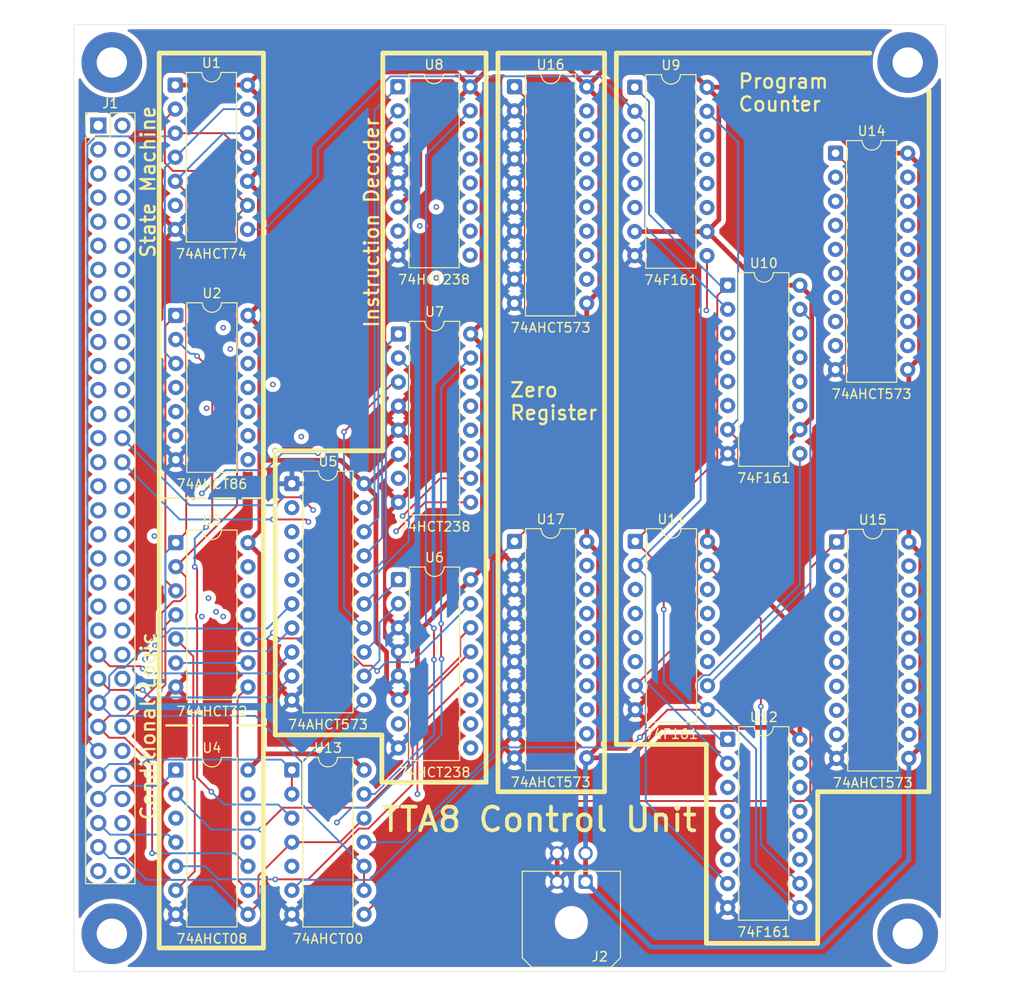
<source format=kicad_pcb>
(kicad_pcb (version 20241229) (generator "pcbnew") (generator_version "9.0")
  (title_block (title "TTA8 Control Unit") (date "2025-03-04") (rev "0"))
  (layers (0 "F.Cu" signal) (4 "In1.Cu" signal) (6 "In2.Cu" signal) (2 "B.Cu" signal) (13 "F.Paste" user) (15 "B.Paste" user) (5 "F.SilkS" user "F.Silkscreen") (7 "B.SilkS" user "B.Silkscreen") (1 "F.Mask" user) (3 "B.Mask" user) (25 "Edge.Cuts" user))
  (net 0 "")
  (net 1 "LDI")
  (net 2 "EXC")
  (net 3 "A13")
  (net 4 "SRC5")
  (net 5 "D6")
  (net 6 "A14")
  (net 7 "D1")
  (net 8 "T9")
  (net 9 "T8")
  (net 10 "DST6")
  (net 11 "A15")
  (net 12 "src0")
  (net 13 "T0")
  (net 14 "A4")
  (net 15 "DST1")
  (net 16 "A0")
  (net 17 "T15")
  (net 18 "T14")
  (net 19 "T7")
  (net 20 "A6")
  (net 21 "T1")
  (net 22 "DST2")
  (net 23 "D7")
  (net 24 "T13")
  (net 25 "A3")
  (net 26 "ZERO")
  (net 27 "D2")
  (net 28 "A7")
  (net 29 "MVI")
  (net 30 "{slash}R")
  (net 31 "A9")
  (net 32 "DST4")
  (net 33 "T6")
  (net 34 "SRC1")
  (net 35 "A12")
  (net 36 "SRC3")
  (net 37 "D4")
  (net 38 "T4")
  (net 39 "DST3")
  (net 40 "A1")
  (net 41 "A2")
  (net 42 "T5")
  (net 43 "SRC2")
  (net 44 "T2")
  (net 45 "A8")
  (net 46 "dst0")
  (net 47 "A10")
  (net 48 "D5")
  (net 49 "SRC7")
  (net 50 "D3")
  (net 51 "D0")
  (net 52 "A5")
  (net 53 "CLK")
  (net 54 "MOV")
  (net 55 "SRC6")
  (net 56 "DST7")
  (net 57 "CARRY")
  (net 58 "A11")
  (net 59 "DST5")
  (net 60 "T3")
  (net 61 "T12")
  (net 62 "T11")
  (net 63 "T10")
  (net 64 "SRC4")
  (net 65 "GND")
  (net 66 "+5V")
  (net 68 "pcc")
  (net 69 "Net-(U1A-~{S})")
  (net 74 "Net-(U2-Pad1)")
  (net 80 "R")
  (net 81 "Net-(U3-Pad6)")
  (net 83 "Net-(U3-Pad4)")
  (net 85 "mv")
  (net 87 "Net-(U3-Pad5)")
  (net 88 "Net-(U3-Pad8)")
  (net 89 "mvz")
  (net 90 "mvc")
  (net 94 "Net-(U5-Q5)")
  (net 95 "Net-(U5-Q3)")
  (net 96 "Net-(U5-Q0)")
  (net 97 "Net-(U5-Q1)")
  (net 98 "Net-(U5-Q7)")
  (net 99 "Net-(U5-Q4)")
  (net 100 "Net-(U5-Q2)")
  (net 101 "Net-(U5-Q6)")
  (net 106 "a2")
  (net 107 "a3")
  (net 108 "Net-(U10-CEP)")
  (net 109 "a0")
  (net 110 "a1")
  (net 111 "Net-(U10-~{PE})")
  (net 112 "a7")
  (net 113 "a5")
  (net 114 "Net-(U10-TC)")
  (net 115 "a6")
  (net 116 "a4")
  (net 117 "a10")
  (net 118 "a11")
  (net 119 "a9")
  (net 120 "a8")
  (net 121 "Net-(U11-TC)")
  (net 122 "a13")
  (net 123 "a14")
  (net 124 "a12")
  (net 125 "a15")
  (net 127 "Net-(U14-OE)")
  (net 128 "Net-(U16-OE)")
  (footprint "Package_DIP:DIP-16_W7.62mm" (layer "F.Cu") (at 89.25 105.6)
    (property "Reference" "U6")
    (property "Value" "74HCT238")
  )
  (footprint "Package_DIP:DIP-16_W7.62mm" (layer "F.Cu") (at 124 122.46)
    (property "Reference" "U12")
    (property "Value" "74F161")
  )
  (footprint "Package_DIP:DIP-16_W7.62mm" (layer "F.Cu") (at 114.25 101.56)
    (property "Reference" "U11")
    (property "Value" "74F161")
  )
  (footprint "MountingHole:MountingHole_3.2mm_M3_Pad" (layer "F.Cu") (at 59 143)
    (property "Reference" "H3" (hide yes))
    (property "Value" "MountingHole_Pad" (hide yes))
  )
  (footprint "MountingHole:MountingHole_3.2mm_M3_Pad" (layer "F.Cu") (at 143 51)
    (property "Reference" "H2" (hide yes))
    (property "Value" "MountingHole_Pad" (hide yes))
  )
  (footprint "Package_DIP:DIP-20_W7.62mm" (layer "F.Cu") (at 135.38 60.57)
    (property "Reference" "U14")
    (property "Value" "74AHCT573")
  )
  (footprint "Connector_PinHeader_2.54mm:PinHeader_2x32_P2.54mm_Vertical" (layer "F.Cu") (at 57.57 57.645)
    (property "Reference" "J1")
    (property "Value" "Conn_02x32_Counter_Clockwise")
  )
  (footprint "Package_DIP:DIP-20_W7.62mm" (layer "F.Cu") (at 78 95.47)
    (property "Reference" "U5")
    (property "Value" "74AHCT573")
  )
  (footprint "MountingHole:MountingHole_3.2mm_M3_Pad" (layer "F.Cu") (at 59 51)
    (property "Reference" "H1" (hide yes))
    (property "Value" "MountingHole_Pad" (hide yes))
  )
  (footprint "Package_DIP:DIP-14_W7.62mm" (layer "F.Cu") (at 65.75 125.71)
    (property "Reference" "U4")
    (property "Value" "74AHCT08")
  )
  (footprint "Package_DIP:DIP-14_W7.62mm" (layer "F.Cu") (at 65.695 53.38)
    (property "Reference" "U1")
    (property "Value" "74AHCT74")
  )
  (footprint "Package_DIP:DIP-16_W7.62mm" (layer "F.Cu") (at 89.195 53.56)
    (property "Reference" "U8")
    (property "Value" "74HCT238")
  )
  (footprint "Package_DIP:DIP-16_W7.62mm" (layer "F.Cu") (at 114.195 53.61)
    (property "Reference" "U9")
    (property "Value" "74F161")
  )
  (footprint "Package_DIP:DIP-14_W7.62mm" (layer "F.Cu") (at 65.75 101.7)
    (property "Reference" "U3")
    (property "Value" "74AHCT32")
  )
  (footprint "Package_DIP:DIP-16_W7.62mm" (layer "F.Cu") (at 89.25 79.66)
    (property "Reference" "U7")
    (property "Value" "74HCT238")
  )
  (footprint "Connector_Molex:Molex_Micro-Fit_3.0_43045-0400_2x02_P3.00mm_Horizontal" (layer "F.Cu") (at 109 137.5 180)
    (property "Reference" "J2")
    (property "Value" "Conn_02x02_Odd_Even")
  )
  (footprint "MountingHole:MountingHole_3.2mm_M3_Pad" (layer "F.Cu") (at 143 143)
    (property "Reference" "H4" (hide yes))
    (property "Value" "MountingHole_Pad" (hide yes))
  )
  (footprint "Package_DIP:DIP-16_W7.62mm" (layer "F.Cu") (at 124 74.52)
    (property "Reference" "U10")
    (property "Value" "74F161")
  )
  (footprint "Package_DIP:DIP-20_W7.62mm" (layer "F.Cu") (at 101.5 53.56)
    (property "Reference" "U16")
    (property "Value" "74AHCT573")
  )
  (footprint "Package_DIP:DIP-14_W7.62mm" (layer "F.Cu") (at 65.75 77.7)
    (property "Reference" "U2")
    (property "Value" "74AHCT86")
  )
  (footprint "Package_DIP:DIP-20_W7.62mm" (layer "F.Cu") (at 135.5 101.62)
    (property "Reference" "U15")
    (property "Value" "74AHCT573")
  )
  (footprint "Package_DIP:DIP-14_W7.62mm" (layer "F.Cu") (at 78 125.71)
    (property "Reference" "U13")
    (property "Value" "74AHCT00")
  )
  (footprint "Package_DIP:DIP-20_W7.62mm" (layer "F.Cu") (at 101.5 101.56)
    (property "Reference" "U17")
    (property "Value" "74AHCT573")
  )
  (gr_line (start 121.75 123) (end 121.75 144) (stroke (width 0.5)) (layer "F.SilkS"))
  (gr_line (start 87.6 50) (end 98.5 50) (stroke (width 0.5)) (layer "F.SilkS"))
  (gr_line (start 111 128) (end 111 50) (stroke (width 0.5)) (layer "F.SilkS"))
  (gr_line (start 75 121) (end 64 121) (stroke (width 0.25) (type dash)) (layer "F.SilkS"))
  (gr_line (start 112.25 50) (end 112.25 123) (stroke (width 0.5)) (layer "F.SilkS"))
  (gr_line (start 75 97) (end 64 97) (stroke (width 0.2) (type dash)) (layer "F.SilkS"))
  (gr_line (start 98.5 127) (end 87.5 127) (stroke (width 0.5)) (layer "F.SilkS"))
  (gr_line (start 112.25 123) (end 121.75 123) (stroke (width 0.5)) (layer "F.SilkS"))
  (gr_line (start 76.25 122) (end 76.25 92) (stroke (width 0.5)) (layer "F.SilkS"))
  (gr_line (start 99.75 50) (end 99.75 128) (stroke (width 0.5)) (layer "F.SilkS"))
  (gr_line (start 145.25 128) (end 145.25 54) (stroke (width 0.5)) (layer "F.SilkS"))
  (gr_line (start 75 50) (end 64 50) (stroke (width 0.5)) (layer "F.SilkS"))
  (gr_line (start 75 144.5) (end 75 50) (stroke (width 0.5)) (layer "F.SilkS"))
  (gr_line (start 87.5 122) (end 76.25 122) (stroke (width 0.5)) (layer "F.SilkS"))
  (gr_line (start 139 50) (end 112.25 50) (stroke (width 0.5)) (layer "F.SilkS"))
  (gr_line (start 121.75 144) (end 133.5 144) (stroke (width 0.5)) (layer "F.SilkS"))
  (gr_line (start 133.5 144) (end 133.5 128) (stroke (width 0.5)) (layer "F.SilkS"))
  (gr_line (start 99.75 128) (end 111 128) (stroke (width 0.5)) (layer "F.SilkS"))
  (gr_line (start 76.25 92) (end 87.6 92) (stroke (width 0.5)) (layer "F.SilkS"))
  (gr_line (start 133.5 128) (end 145.25 128) (stroke (width 0.5)) (layer "F.SilkS"))
  (gr_line (start 87.6 92) (end 87.6 50) (stroke (width 0.5)) (layer "F.SilkS"))
  (gr_line (start 87.5 127) (end 87.5 122) (stroke (width 0.5)) (layer "F.SilkS"))
  (gr_line (start 64 144.5) (end 75 144.5) (stroke (width 0.5)) (layer "F.SilkS"))
  (gr_line (start 111 50) (end 99.75 50) (stroke (width 0.5)) (layer "F.SilkS"))
  (gr_line (start 64 50) (end 64 144.5) (stroke (width 0.5)) (layer "F.SilkS"))
  (gr_line (start 98.5 50) (end 98.5 127) (stroke (width 0.5)) (layer "F.SilkS"))
  (gr_rect (start 55 47) (end 147 147) (stroke (width 0.05)) (fill no) (layer "Edge.Cuts"))
  (gr_text "TTA8 Control Unit" (at 104.1 132.4 0) (layer "F.SilkS") (effects (font (size 2.5 2.5) (thickness 0.4)) (justify bottom)))
  (gr_text "Zero \nRegister" (at 100.9 84.7 0) (layer "F.SilkS") (effects (font (size 1.5 1.5) (thickness 0.25)) (justify left top)))
  (gr_text "State Machine" (at 63.7 63.6 90) (layer "F.SilkS") (effects (font (size 1.5 1.5) (thickness 0.25)) (justify bottom)))
  (gr_text "Instruction Decoder" (at 87.3 67.9 90) (layer "F.SilkS") (effects (font (size 1.5 1.5) (thickness 0.25)) (justify bottom)))
  (gr_text "Conditional Logic" (at 63.7 121.1 90) (layer "F.SilkS") (effects (font (size 1.5 1.5) (thickness 0.25)) (justify bottom)))
  (gr_text "Program \nCounter" (at 125 52.1 0) (layer "F.SilkS") (effects (font (size 1.5 1.5) (thickness 0.25)) (justify left top)))
  (segment (start 85.62 138.41) (end 85.62 135.87) (width 0.2) (layer "F.Cu") (net 1))
  (segment (start 65.695 63.54) (end 66.851 64.696) (width 0.2) (layer "F.Cu") (net 1))
  (segment (start 66.851 64.696) (end 66.851 100.599) (width 0.2) (layer "F.Cu") (net 1))
  (segment (start 66.851 100.599) (end 65.75 101.7) (width 0.2) (layer "F.Cu") (net 1))
  (segment (start 73.315 58.46) (end 70.775 58.46) (width 0.2) (layer "B.Cu") (net 1))
  (segment (start 74.17016 119.994) (end 58.959 119.994) (width 0.2) (layer "B.Cu") (net 1))
  (segment (start 79.101 124.92484) (end 74.17016 119.994) (width 0.2) (layer "B.Cu") (net 1))
  (segment (start 65.75 101.7) (end 64.649 102.801) (width 0.2) (layer "B.Cu") (net 1))
  (segment (start 60.34876 114.914) (end 59.586 114.914) (width 0.2) (layer "B.Cu") (net 1))
  (segment (start 85.62 135.87) (end 79.101 129.351) (width 0.2) (layer "B.Cu") (net 1))
  (segment (start 79.101 129.351) (end 79.101 125.5) (width 0.2) (layer "B.Cu") (net 1))
  (segment (start 64.649 102.801) (end 64.649 110.61376) (width 0.2) (layer "B.Cu") (net 1))
  (segment (start 79.101 124.849) (end 79.101 125.5) (width 0.2) (layer "B.Cu") (net 1))
  (segment (start 58.721 115.779) (end 58.721 117.454) (width 0.2) (layer "B.Cu") (net 1))
  (segment (start 70.775 58.46) (end 65.695 63.54) (width 0.2) (layer "B.Cu") (net 1))
  (segment (start 79.101 125.5) (end 79.101 124.92484) (width 0.2) (layer "B.Cu") (net 1))
  (segment (start 58.959 119.994) (end 57.57 118.605) (width 0.2) (layer "B.Cu") (net 1))
  (segment (start 58.721 117.454) (end 57.57 118.605) (width 0.2) (layer "B.Cu") (net 1))
  (segment (start 64.649 110.61376) (end 60.34876 114.914) (width 0.2) (layer "B.Cu") (net 1))
  (segment (start 85.62 118.33) (end 79.101 124.849) (width 0.2) (layer "B.Cu") (net 1))
  (segment (start 59.586 114.914) (end 58.721 115.779) (width 0.2) (layer "B.Cu") (net 1))
  (segment (start 66.851 105.341) (end 65.75 104.24) (width 0.2) (layer "F.Cu") (net 2))
  (segment (start 66.20605 107.881) (end 66.851 107.23605) (width 0.2) (layer "F.Cu") (net 2))
  (segment (start 65.75 104.24) (end 72.214 97.776) (width 0.2) (layer "F.Cu") (net 2))
  (segment (start 64.248 116.25) (end 64.248 109.133) (width 0.2) (layer "F.Cu") (net 2))
  (segment (start 72.214 97.776) (end 72.214 67.181) (width 0.2) (layer "F.Cu") (net 2))
  (segment (start 64.248 109.133) (end 65.5 107.881) (width 0.2) (layer "F.Cu") (net 2))
  (segment (start 64.594 57.021) (end 65.695 55.92) (width 0.2) (layer "F.Cu") (net 2))
  (segment (start 58.721 122.296) (end 57.57 121.145) (width 0.2) (layer "F.Cu") (net 2))
  (segment (start 60.34876 122.296) (end 58.721 122.296) (width 0.2) (layer "F.Cu") (net 2))
  (segment (start 73.315 66.08) (end 69.674 62.439) (width 0.2) (layer "F.Cu") (net 2))
  (segment (start 69.674 62.439) (end 65.439 62.439) (width 0.2) (layer "F.Cu") (net 2))
  (segment (start 60.504 119.994) (end 64.248 116.25) (width 0.2) (layer "F.Cu") (net 2))
  (segment (start 64.594 61.594) (end 64.594 57.021) (width 0.2) (layer "F.Cu") (net 2))
  (segment (start 58.721 119.994) (end 60.504 119.994) (width 0.2) (layer "F.Cu") (net 2))
  (segment (start 65.5 107.881) (end 66.20605 107.881) (width 0.2) (layer "F.Cu") (net 2))
  (segment (start 66.851 107.23605) (end 66.851 105.341) (width 0.2) (layer "F.Cu") (net 2))
  (segment (start 63.25 125.19724) (end 60.34876 122.296) (width 0.2) (layer "F.Cu") (net 2))
  (segment (start 57.57 121.145) (end 58.721 119.994) (width 0.2) (layer "F.Cu") (net 2))
  (segment (start 72.214 67.181) (end 73.315 66.08) (width 0.2) (layer "F.Cu") (net 2))
  (segment (start 65.439 62.439) (end 64.594 61.594) (width 0.2) (layer "F.Cu") (net 2))
  (segment (start 63.25 134.5) (end 63.25 125.19724) (width 0.2) (layer "F.Cu") (net 2))
  (via (at 63.25 134.5) (size 0.6) (drill 0.3) (layers "F.Cu" "B.Cu") (net 2))
  (segment (start 72 134.5) (end 63.25 134.5) (width 0.2) (layer "B.Cu") (net 2))
  (segment (start 73.37 135.87) (end 72 134.5) (width 0.2) (layer "B.Cu") (net 2))
  (via (at 91.5 68.25) (size 0.6) (drill 0.3) (layers "F.Cu" "B.Cu") (net 4))
  (segment (start 62.25 115) (end 62 114.75) (width 0.2) (layer "F.Cu") (net 5))
  (segment (start 62 114.75) (end 58.795 114.75) (width 0.2) (layer "F.Cu") (net 5))
  (segment (start 58.795 114.75) (end 57.57 113.525) (width 0.2) (layer "F.Cu") (net 5))
  (via (at 62.25 115) (size 0.6) (drill 0.3) (layers "F.Cu" "B.Cu") (net 5))
  (segment (start 62.751 115.501) (end 62.25 115) (width 0.2) (layer "B.Cu") (net 5))
  (segment (start 75.749 115.501) (end 62.751 115.501) (width 0.2) (layer "B.Cu") (net 5))
  (segment (start 78 113.25) (end 75.749 115.501) (width 0.2) (layer "B.Cu") (net 5))
  (via (at 68.5 109.5) (size 0.6) (drill 0.3) (layers "F.Cu" "B.Cu") (net 7))
  (segment (start 79.5 99.25) (end 76 99.25) (width 0.2) (layer "F.Cu") (net 10))
  (segment (start 89 100.5) (end 92.06 97.44) (width 0.2) (layer "F.Cu") (net 10))
  (segment (start 79.75 99.5) (end 79.5 99.25) (width 0.2) (layer "F.Cu") (net 10))
  (segment (start 92.06 97.44) (end 96.87 97.44) (width 0.2) (layer "F.Cu") (net 10))
  (via (at 76 99.25) (size 0.6) (drill 0.3) (layers "F.Cu" "B.Cu") (net 10))
  (via (at 89 100.5) (size 0.6) (drill 0.3) (layers "F.Cu" "B.Cu") (net 10))
  (via (at 79.75 99.5) (size 0.6) (drill 0.3) (layers "F.Cu" "B.Cu") (net 10))
  (segment (start 76 99.25) (end 66.155 99.25) (width 0.2) (layer "B.Cu") (net 10))
  (segment (start 66.155 99.25) (end 60.11 93.205) (width 0.2) (layer "B.Cu") (net 10))
  (segment (start 93 110.75) (end 93 114.059) (width 0.2) (layer "F.Cu") (net 12))
  (via (at 93 110.75) (size 0.6) (drill 0.3) (layers "F.Cu" "B.Cu") (net 12))
  (via (at 93 114.059) (size 0.6) (drill 0.3) (layers "F.Cu" "B.Cu") (net 12))
  (segment (start 86.75137 128.25) (end 85.62 128.25) (width 0.2) (layer "B.Cu") (net 12))
  (segment (start 93 122.00137) (end 86.75137 128.25) (width 0.2) (layer "B.Cu") (net 12))
  (segment (start 92.15355 109.90355) (end 93 110.75) (width 0.2) (layer "B.Cu") (net 12))
  (segment (start 93 114.059) (end 93 122.00137) (width 0.2) (layer "B.Cu") (net 12))
  (segment (start 92.15355 60.76145) (end 92.15355 109.90355) (width 0.2) (layer "B.Cu") (net 12))
  (segment (start 96.815 56.1) (end 92.15355 60.76145) (width 0.2) (layer "B.Cu") (net 12))
  (via (at 70.75 79) (size 0.6) (drill 0.3) (layers "F.Cu" "B.Cu") (net 15))
  (via (at 71.5 81.25) (size 0.6) (drill 0.3) (layers "F.Cu" "B.Cu") (net 22))
  (segment (start 58.755 117.25) (end 57.57 116.065) (width 0.2) (layer "F.Cu") (net 23))
  (segment (start 62.25 117.25) (end 58.755 117.25) (width 0.2) (layer "F.Cu") (net 23))
  (via (at 62.25 117.25) (size 0.6) (drill 0.3) (layers "F.Cu" "B.Cu") (net 23))
  (segment (start 75.749 118.041) (end 63.041 118.041) (width 0.2) (layer "B.Cu") (net 23))
  (segment (start 78 115.79) (end 75.749 118.041) (width 0.2) (layer "B.Cu") (net 23))
  (segment (start 63.041 118.041) (end 62.25 117.25) (width 0.2) (layer "B.Cu") (net 23))
  (segment (start 65.75 133.33) (end 64.950001 132.530001) (width 0.2) (layer "B.Cu") (net 26))
  (segment (start 64.950001 132.530001) (end 58.795001 132.530001) (width 0.2) (layer "B.Cu") (net 26))
  (segment (start 58.795001 132.530001) (end 57.57 131.305) (width 0.2) (layer "B.Cu") (net 26))
  (via (at 70 109) (size 0.6) (drill 0.3) (layers "F.Cu" "B.Cu") (net 27))
  (segment (start 91.25 128.25) (end 91.25 121.38) (width 0.2) (layer "F.Cu") (net 29))
  (segment (start 91.25 121.38) (end 96.87 115.76) (width 0.2) (layer "F.Cu") (net 29))
  (via (at 91.25 128.25) (size 0.6) (drill 0.3) (layers "F.Cu" "B.Cu") (net 29))
  (segment (start 124 74.52) (end 122.899 75.621) (width 0.2) (layer "F.Cu") (net 30))
  (segment (start 122.899 75.621) (end 122.899 92.911) (width 0.2) (layer "F.Cu") (net 30))
  (segment (start 122.899 92.911) (end 114.25 101.56) (width 0.2) (layer "F.Cu") (net 30))
  (segment (start 117.25 108.75) (end 117.25 104.56) (width 0.2) (layer "F.Cu") (net 30))
  (segment (start 78 125.71) (end 78 128.25) (width 0.2) (layer "F.Cu") (net 30))
  (segment (start 117.25 104.56) (end 114.25 101.56) (width 0.2) (layer "F.Cu") (net 30))
  (via (at 117.25 108.75) (size 0.6) (drill 0.3) (layers "F.Cu" "B.Cu") (net 30))
  (segment (start 62.187 125.074) (end 58.721 125.074) (width 0.2) (layer "B.Cu") (net 30))
  (segment (start 62.652 124.609) (end 62.187 125.074) (width 0.2) (layer "B.Cu") (net 30))
  (segment (start 78 125.71) (end 76.899 124.609) (width 0.2) (layer "B.Cu") (net 30))
  (segment (start 58.721 125.074) (end 57.57 126.225) (width 0.2) (layer "B.Cu") (net 30))
  (segment (start 117.25 116.51) (end 117.25 108.75) (width 0.2) (layer "B.Cu") (net 30))
  (segment (start 115.697 55.112) (end 114.195 53.61) (width 0.2) (layer "B.Cu") (net 30))
  (segment (start 123.2 74.52) (end 115.697 67.017) (width 0.2) (layer "B.Cu") (net 30))
  (segment (start 76.899 124.609) (end 62.652 124.609) (width 0.2) (layer "B.Cu") (net 30))
  (segment (start 124 74.52) (end 123.2 74.52) (width 0.2) (layer "B.Cu") (net 30))
  (segment (start 115.697 67.017) (end 115.697 55.112) (width 0.2) (layer "B.Cu") (net 30))
  (segment (start 124 122.46) (end 123.2 122.46) (width 0.2) (layer "B.Cu") (net 30))
  (segment (start 123.2 122.46) (end 117.25 116.51) (width 0.2) (layer "B.Cu") (net 30))
  (via (at 79 90.5) (size 0.6) (drill 0.3) (layers "F.Cu" "B.Cu") (net 32))
  (via (at 69 87.5) (size 0.6) (drill 0.3) (layers "F.Cu" "B.Cu") (net 32))
  (via (at 76.25 92) (size 0.6) (drill 0.3) (layers "F.Cu" "B.Cu") (net 32))
  (via (at 63.555645 112.555645) (size 0.6) (drill 0.3) (layers "F.Cu" "B.Cu") (net 37))
  (segment (start 75.411 110.759) (end 65.29395 110.759) (width 0.2) (layer "B.Cu") (net 37))
  (segment (start 65.29395 110.759) (end 63.555645 112.497305) (width 0.2) (layer "B.Cu") (net 37))
  (segment (start 78 108.17) (end 75.411 110.759) (width 0.2) (layer "B.Cu") (net 37))
  (segment (start 63.555645 112.497305) (end 63.555645 112.555645) (width 0.2) (layer "B.Cu") (net 37))
  (via (at 76 85) (size 0.6) (drill 0.3) (layers "F.Cu" "B.Cu") (net 39))
  (segment (start 93.75 113.948722) (end 93.797538 113.99626) (width 0.2) (layer "F.Cu") (net 46))
  (segment (start 93.75 110.25) (end 93.75 113.948722) (width 0.2) (layer "F.Cu") (net 46))
  (via (at 93.797538 113.99626) (size 0.6) (drill 0.3) (layers "F.Cu" "B.Cu") (net 46))
  (via (at 93.75 110.25) (size 0.6) (drill 0.3) (layers "F.Cu" "B.Cu") (net 46))
  (via (at 82.75 131.25) (size 0.6) (drill 0.3) (layers "F.Cu" "B.Cu") (net 46))
  (segment (start 93.797538 121.967512) (end 86.07605 129.689) (width 0.2) (layer "B.Cu") (net 46))
  (segment (start 84.311 129.689) (end 82.75 131.25) (width 0.2) (layer "B.Cu") (net 46))
  (segment (start 93.75 85.32) (end 93.75 110.25) (width 0.2) (layer "B.Cu") (net 46))
  (segment (start 96.87 82.2) (end 93.75 85.32) (width 0.2) (layer "B.Cu") (net 46))
  (segment (start 86.07605 129.689) (end 84.311 129.689) (width 0.2) (layer "B.Cu") (net 46))
  (segment (start 93.797538 113.99626) (end 93.797538 121.967512) (width 0.2) (layer "B.Cu") (net 46))
  (via (at 62.5 114) (size 0.6) (drill 0.3) (layers "F.Cu" "B.Cu") (net 48))
  (segment (start 63.343355 113.156645) (end 62.5 114) (width 0.2) (layer "B.Cu") (net 48))
  (segment (start 78 110.71) (end 75.553355 113.156645) (width 0.2) (layer "B.Cu") (net 48))
  (segment (start 75.553355 113.156645) (end 63.343355 113.156645) (width 0.2) (layer "B.Cu") (net 48))
  (via (at 70.75 109.5) (size 0.6) (drill 0.3) (layers "F.Cu" "B.Cu") (net 50))
  (via (at 69.19721 107.55279) (size 0.6) (drill 0.3) (layers "F.Cu" "B.Cu") (net 51))
  (segment (start 65.695 58.46) (end 70.775 58.46) (width 0.2) (layer "F.Cu") (net 53))
  (segment (start 70.775 58.46) (end 73.315 61) (width 0.2) (layer "F.Cu") (net 53))
  (segment (start 56.419 122.534) (end 56.419 59.70824) (width 0.2) (layer "B.Cu") (net 53))
  (segment (start 56.419 59.70824) (end 57.33124 58.796) (width 0.2) (layer "B.Cu") (net 53))
  (segment (start 57.33124 58.796) (end 65.359 58.796) (width 0.2) (layer "B.Cu") (net 53))
  (segment (start 57.57 123.685) (end 56.419 122.534) (width 0.2) (layer "B.Cu") (net 53))
  (segment (start 65.359 58.796) (end 65.695 58.46) (width 0.2) (layer "B.Cu") (net 53))
  (segment (start 83.08 133.33) (end 85.62 130.79) (width 0.2) (layer "F.Cu") (net 54))
  (segment (start 74.471 139.849) (end 73.37 140.95) (width 0.2) (layer "F.Cu") (net 54))
  (segment (start 74.471 136.859) (end 74.471 139.849) (width 0.2) (layer "F.Cu") (net 54))
  (segment (start 78 133.33) (end 74.471 136.859) (width 0.2) (layer "F.Cu") (net 54))
  (segment (start 78 133.33) (end 83.08 133.33) (width 0.2) (layer "F.Cu") (net 54))
  (segment (start 73.37 140.95) (end 69.729 137.309) (width 0.2) (layer "B.Cu") (net 54))
  (segment (start 58.725 135) (end 57.57 133.845) (width 0.2) (layer "B.Cu") (net 54))
  (segment (start 62.66176 137.309) (end 60.35276 135) (width 0.2) (layer "B.Cu") (net 54))
  (segment (start 60.35276 135) (end 58.725 135) (width 0.2) (layer "B.Cu") (net 54))
  (segment (start 69.729 137.309) (end 62.66176 137.309) (width 0.2) (layer "B.Cu") (net 54))
  (via (at 93.25 73.75) (size 0.6) (drill 0.3) (layers "F.Cu" "B.Cu") (net 55))
  (via (at 68.5 96.5) (size 0.6) (drill 0.3) (layers "F.Cu" "B.Cu") (net 56))
  (via (at 80.75 92.25) (size 0.6) (drill 0.3) (layers "F.Cu" "B.Cu") (net 56))
  (via (at 63.5 101) (size 0.6) (drill 0.3) (layers "F.Cu" "B.Cu") (net 56))
  (segment (start 80.75 92.25) (end 77 92.25) (width 0.2) (layer "B.Cu") (net 56))
  (segment (start 70.959 94.041) (end 68.5 96.5) (width 0.2) (layer "B.Cu") (net 56))
  (segment (start 75.209 94.041) (end 70.959 94.041) (width 0.2) (layer "B.Cu") (net 56))
  (segment (start 77 92.25) (end 75.209 94.041) (width 0.2) (layer "B.Cu") (net 56))
  (segment (start 64.084 127.376) (end 58.959 127.376) (width 0.2) (layer "B.Cu") (net 57))
  (segment (start 58.959 127.376) (end 57.57 128.765) (width 0.2) (layer "B.Cu") (net 57))
  (segment (start 65.75 125.71) (end 64.084 127.376) (width 0.2) (layer "B.Cu") (net 57))
  (segment (start 78.909 96.909) (end 77.091 96.909) (width 0.2) (layer "F.Cu") (net 59))
  (segment (start 93.678599 94.9) (end 96.87 94.9) (width 0.2) (layer "F.Cu") (net 59))
  (segment (start 89.6893 98.8893) (end 93.678599 94.9) (width 0.2) (layer "F.Cu") (net 59))
  (segment (start 77.091 96.909) (end 76.25 97.75) (width 0.2) (layer "F.Cu") (net 59))
  (segment (start 80.25 98.25) (end 78.909 96.909) (width 0.2) (layer "F.Cu") (net 59))
  (via (at 89.6893 98.8893) (size 0.6) (drill 0.3) (layers "F.Cu" "B.Cu") (net 59))
  (via (at 80.25 98.25) (size 0.6) (drill 0.3) (layers "F.Cu" "B.Cu") (net 59))
  (via (at 76.25 97.75) (size 0.6) (drill 0.3) (layers "F.Cu" "B.Cu") (net 59))
  (segment (start 76.25 97.75) (end 67.195 97.75) (width 0.2) (layer "B.Cu") (net 59))
  (segment (start 67.195 97.75) (end 60.11 90.665) (width 0.2) (layer "B.Cu") (net 59))
  (via (at 93.25 66.25) (size 0.6) (drill 0.3) (layers "F.Cu" "B.Cu") (net 64))
  (segment (start 89.25 113.22) (end 89.25 115.76) (width 0.5) (layer "F.Cu") (net 65))
  (segment (start 106 134.5) (end 106 137.5) (width 0.5) (layer "F.Cu") (net 65))
  (segment (start 121.87 99.51) (end 121.87 101.56) (width 0.5) (layer "F.Cu") (net 66))
  (segment (start 73.315 63.54) (end 74.566 62.289) (width 0.5) (layer "F.Cu") (net 66))
  (segment (start 85.62 95.47) (end 86.14 95.47) (width 0.5) (layer "F.Cu") (net 66))
  (segment (start 73.37 77.7) (end 74.566 76.504) (width 0.5) (layer "F.Cu") (net 66))
  (segment (start 74.566 64.791) (end 73.315 63.54) (width 0.5) (layer "F.Cu") (net 66))
  (segment (start 98.875 51.5) (end 107.06 51.5) (width 0.5) (layer "F.Cu") (net 66))
  (segment (start 98.066 78.464) (end 96.87 79.66) (width 0.5) (layer "F.Cu") (net 66))
  (segment (start 96.815 53.56) (end 98.875 51.5) (width 0.5) (layer "F.Cu") (net 66))
  (segment (start 83.15 93) (end 75.121 93) (width 0.5) (layer "F.Cu") (net 66))
  (segment (start 73.37 125.71) (end 75.08 124) (width 0.5) (layer "F.Cu") (net 66))
  (segment (start 74.695 52) (end 95.255 52) (width 0.5) (layer "F.Cu") (net 66))
  (segment (start 86.871 96.721) (end 85.62 95.47) (width 0.5) (layer "F.Cu") (net 66))
  (segment (start 98.121 80.911) (end 98.121 104.349) (width 0.5) (layer "F.Cu") (net 66))
  (segment (start 96.815 53.56) (end 91.5 58.875) (width 0.5) (layer "F.Cu") (net 66))
  (segment (start 95.255 52) (end 96.815 53.56) (width 0.5) (layer "F.Cu") (net 66))
  (segment (start 86.14 95.47) (end 89.25 92.36) (width 0.5) (layer "F.Cu") (net 66))
  (segment (start 144.251 82.179) (end 143 83.43) (width 0.5) (layer "F.Cu") (net 66))
  (segment (start 110.5 54.94) (end 110.5 75.04) (width 0.5) (layer "F.Cu") (net 66))
  (segment (start 131.62 122.46) (end 130.369 121.209) (width 0.5) (layer "F.Cu") (net 66))
  (segment (start 73.37 101.7) (end 74.621 102.951) (width 0.5) (layer "F.Cu") (net 66))
  (segment (start 132.871 75.771) (end 132.871 88.509) (width 0.5) (layer "F.Cu") (net 66))
  (segment (start 87.999 113.249) (end 86.871 112.121) (width 0.5) (layer "F.Cu") (net 66))
  (segment (start 131.62 89.76) (end 121.87 99.51) (width 0.5) (layer "F.Cu") (net 66))
  (segment (start 107.06 51.5) (end 109.12 53.56) (width 0.5) (layer "F.Cu") (net 66))
  (segment (start 98.066 54.811) (end 98.066 78.464) (width 0.5) (layer "F.Cu") (net 66))
  (segment (start 110.371 123.169) (end 109.12 124.42) (width 0.5) (layer "F.Cu") (net 66))
  (segment (start 109 134.5) (end 109 137.5) (width 0.5) (layer "F.Cu") (net 66))
  (segment (start 123.066 67.599) (end 121.815 68.85) (width 0.5) (layer "F.Cu") (net 66))
  (segment (start 127.52 74.52) (end 131.62 74.52) (width 0.5) (layer "F.Cu") (net 66))
  (segment (start 137.57 60.57) (end 143 60.57) (width 0.5) (layer "F.Cu") (net 66))
  (segment (start 121.815 68.85) (end 121.85 68.85) (width 0.5) (layer "F.Cu") (net 66))
  (segment (start 144.371 102.871) (end 144.371 123.229) (width 0.5) (layer "F.Cu") (net 66))
  (segment (start 130.369 121.209) (end 116.854075 121.209) (width 0.5) (layer "F.Cu") (net 66))
  (segment (start 132.871 88.509) (end 131.62 89.76) (width 0.5) (layer "F.Cu") (net 66))
  (segment (start 91.5 58.875) (end 91.5 63.955) (width 0.5) (layer "F.Cu") (net 66))
  (segment (start 109.12 53.56) (end 110.5 54.94) (width 0.5) (layer "F.Cu") (net 66))
  (segment (start 120.205 52) (end 121.815 53.61) (width 0.5) (layer "F.Cu") (net 66))
  (segment (start 91.5 63.955) (end 89.195 66.26) (width 0.5) (layer "F.Cu") (net 66))
  (segment (start 144.371 123.229) (end 143.12 124.48) (width 0.5) (layer "F.Cu") (net 66))
  (segment (start 91.25 111.22) (end 91.25 116.3) (width 0.5) (layer "F.Cu") (net 66))
  (segment (start 109.12 53.56) (end 110.68 52) (width 0.5) (layer "F.Cu") (net 66))
  (segment (start 130.61 53.61) (end 137.57 60.57) (width 0.5) (layer "F.Cu") (net 66))
  (segment (start 74.621 78.951) (end 73.37 77.7) (width 0.5) (layer "F.Cu") (net 66))
  (segment (start 74.621 100.449) (end 74.621 93.5) (width 0.5) (layer "F.Cu") (net 66))
  (segment (start 98.121 104.349) (end 96.87 105.6) (width 0.5) (layer "F.Cu") (net 66))
  (segment (start 91.25 116.3) (end 89.25 118.3) (width 0.5) (layer "F.Cu") (net 66))
  (segment (start 109.12 76.42) (end 109.12 101.56) (width 0.5) (layer "F.Cu") (net 66))
  (segment (start 109.12 101.56) (end 110.371 102.811) (width 0.5) (layer "F.Cu") (net 66))
  (segment (start 144.251 61.821) (end 144.251 82.179) (width 0.5) (layer "F.Cu") (net 66))
  (segment (start 74.621 102.951) (end 74.621 124.459) (width 0.5) (layer "F.Cu") (net 66))
  (segment (start 89.25 118.3) (end 87.999 117.049) (width 0.5) (layer "F.Cu") (net 66))
  (segment (start 143 60.57) (end 144.251 61.821) (width 0.5) (layer "F.Cu") (net 66))
  (segment (start 96.87 79.66) (end 98.121 80.911) (width 0.5) (layer "F.Cu") (net 66))
  (segment (start 110.5 75.04) (end 109.12 76.42) (width 0.5) (layer "F.Cu") (net 66))
  (segment (start 85.62 95.47) (end 83.15 93) (width 0.5) (layer "F.Cu") (net 66))
  (segment (start 143.12 84.12) (end 143.12 101.62) (width 0.5) (layer "F.Cu") (net 66))
  (segment (start 73.37 101.7) (end 74.621 100.449) (width 0.5) (layer "F.Cu") (net 66))
  (segment (start 74.566 76.504) (end 74.566 64.791) (width 0.5) (layer "F.Cu") (net 66))
  (segment (start 86.871 112.121) (end 86.871 96.721) (width 0.5) (layer "F.Cu") (net 66))
  (segment (start 110.68 52) (end 120.205 52) (width 0.5) (layer "F.Cu") (net 66))
  (segment (start 110.371 102.811) (end 110.371 123.169) (width 0.5) (layer "F.Cu") (net 66))
  (segment (start 131.62 74.52) (end 132.871 75.771) (width 0.5) (layer "F.Cu") (net 66))
  (segment (start 121.815 68.85) (end 114.195 68.85) (width 0.5) (layer "F.Cu") (net 66))
  (segment (start 121.815 53.61) (end 123.066 54.861) (width 0.5) (layer "F.Cu") (net 66))
  (segment (start 121.85 68.85) (end 127.52 74.52) (width 0.5) (layer "F.Cu") (net 66))
  (segment (start 123.066 54.861) (end 123.066 67.599) (width 0.5) (layer "F.Cu") (net 66))
  (segment (start 121.815 53.61) (end 130.61 53.61) (width 0.5) (layer "F.Cu") (net 66))
  (segment (start 143 84) (end 143.12 84.12) (width 0.5) (layer "F.Cu") (net 66))
  (segment (start 74.566 62.289) (end 74.566 54.631) (width 0.5) (layer "F.Cu") (net 66))
  (segment (start 75.08 124) (end 83.91 124) (width 0.5) (layer "F.Cu") (net 66))
  (segment (start 113.643075 124.42) (end 109.12 124.42) (width 0.5) (layer "F.Cu") (net 66))
  (segment (start 65.695 53.38) (end 73.315 53.38) (width 0.5) (layer "F.Cu") (net 66))
  (segment (start 74.621 124.459) (end 73.37 125.71) (width 0.5) (layer "F.Cu") (net 66))
  (segment (start 96.87 105.6) (end 91.25 111.22) (width 0.5) (layer "F.Cu") (net 66))
  (segment (start 75.121 93) (end 74.621 93.5) (width 0.5) (layer "F.Cu") (net 66))
  (segment (start 96.815 53.56) (end 98.066 54.811) (width 0.5) (layer "F.Cu") (net 66))
  (segment (start 143.12 101.62) (end 144.371 102.871) (width 0.5) (layer "F.Cu") (net 66))
  (segment (start 74.621 93.5) (end 74.621 78.951) (width 0.5) (layer "F.Cu") (net 66))
  (segment (start 143 83.43) (end 143 84) (width 0.5) (layer "F.Cu") (net 66))
  (segment (start 116.854075 121.209) (end 113.643075 124.42) (width 0.5) (layer "F.Cu") (net 66))
  (segment (start 83.91 124) (end 85.62 125.71) (width 0.5) (layer "F.Cu") (net 66))
  (segment (start 121.87 101.56) (end 131.62 111.31) (width 0.5) (layer "F.Cu") (net 66))
  (segment (start 87.999 117.049) (end 87.999 113.249) (width 0.5) (layer "F.Cu") (net 66))
  (segment (start 131.62 111.31) (end 131.62 122.46) (width 0.5) (layer "F.Cu") (net 66))
  (segment (start 73.315 53.38) (end 74.695 52) (width 0.5) (layer "F.Cu") (net 66))
  (segment (start 74.566 54.631) (end 73.315 53.38) (width 0.5) (layer "F.Cu") (net 66))
  (segment (start 115.9 144.4) (end 133.9 144.4) (width 0.5) (layer "B.Cu") (net 66))
  (segment (start 109 137.5) (end 115.9 144.4) (width 0.5) (layer "B.Cu") (net 66))
  (segment (start 143.12 135.18) (end 143.12 124.48) (width 0.5) (layer "B.Cu") (net 66))
  (segment (start 109 134.5) (end 109 124.54) (width 0.5) (layer "B.Cu") (net 66))
  (segment (start 133.9 144.4) (end 143.12 135.18) (width 0.5) (layer "B.Cu") (net 66))
  (segment (start 109 124.54) (end 109.12 124.42) (width 0.5) (layer "B.Cu") (net 66))
  (segment (start 120.47 73.53) (end 124 77.06) (width 0.2) (layer "B.Cu") (net 68))
  (segment (start 114.195 56.15) (end 110.504 52.459) (width 0.2) (layer "B.Cu") (net 68))
  (segment (start 115.351 105.201) (end 114.25 104.1) (width 0.2) (layer "B.Cu") (net 68))
  (segment (start 114.25 104.1) (end 121.149 97.201) (width 0.2) (layer "B.Cu") (net 68))
  (segment (start 124 125) (end 115.351 116.351) (width 0.2) (layer "B.Cu") (net 68))
  (segment (start 110.504 52.459) (end 88.40984 52.459) (width 0.2) (layer "B.Cu") (net 68))
  (segment (start 75.13 68.62) (end 73.315 68.62) (width 0.2) (layer "B.Cu") (net 68))
  (segment (start 115.296 57.251) (end 115.296 68.356) (width 0.2) (layer "B.Cu") (net 68))
  (segment (start 114.195 56.15) (end 115.296 57.251) (width 0.2) (layer "B.Cu") (net 68))
  (segment (start 121.149 74.209) (end 120.47 73.53) (width 0.2) (layer "B.Cu") (net 68))
  (segment (start 115.351 116.351) (end 115.351 105.201) (width 0.2) (layer "B.Cu") (net 68))
  (segment (start 115.296 68.356) (end 120.47 73.53) (width 0.2) (layer "B.Cu") (net 68))
  (segment (start 80.75 63) (end 75.13 68.62) (width 0.2) (layer "B.Cu") (net 68))
  (segment (start 88.40984 52.459) (end 80.75 60.11884) (width 0.2) (layer "B.Cu") (net 68))
  (segment (start 121.149 97.201) (end 121.149 74.209) (width 0.2) (layer "B.Cu") (net 68))
  (segment (start 80.75 60.11884) (end 80.75 63) (width 0.2) (layer "B.Cu") (net 68))
  (segment (start 65.75 82.78) (end 64.594 81.624) (width 0.2) (layer "B.Cu") (net 69))
  (segment (start 64.594 62.101) (end 65.695 61) (width 0.2) (layer "B.Cu") (net 69))
  (segment (start 64.594 81.624) (end 64.594 62.101) (width 0.2) (layer "B.Cu") (net 69))
  (segment (start 73.315 55.92) (end 70.775 55.92) (width 0.2) (layer "B.Cu") (net 69))
  (segment (start 70.775 55.92) (end 65.695 61) (width 0.2) (layer "B.Cu") (net 69))
  (segment (start 64.649 78.801) (end 65.75 77.7) (width 0.2) (layer "F.Cu") (net 74))
  (segment (start 64.649 105.679) (end 64.649 78.801) (width 0.2) (layer "F.Cu") (net 74))
  (segment (start 65.75 106.78) (end 64.649 105.679) (width 0.2) (layer "F.Cu") (net 74))
  (segment (start 68 109.150057) (end 68 104.5) (width 0.2) (layer "F.Cu") (net 80))
  (segment (start 67.899 109.251057) (end 68 109.150057) (width 0.2) (layer "F.Cu") (net 80))
  (segment (start 67.899 109.748943) (end 67.899 109.251057) (width 0.2) (layer "F.Cu") (net 80))
  (segment (start 69.5 128) (end 68 126.5) (width 0.2) (layer "F.Cu") (net 80))
  (segment (start 69.601 99.399) (end 69.601 83.601) (width 0.2) (layer "F.Cu") (net 80))
  (segment (start 68.950735 100.049265) (end 69.601 99.399) (width 0.2) (layer "F.Cu") (net 80))
  (segment (start 69.601 83.601) (end 68 82) (width 0.2) (layer "F.Cu") (net 80))
  (segment (start 68 109.849943) (end 67.899 109.748943) (width 0.2) (layer "F.Cu") (net 80))
  (segment (start 68 104.5) (end 67.75 104.25) (width 0.2) (layer "F.Cu") (net 80))
  (segment (start 68 126.5) (end 68 109.849943) (width 0.2) (layer "F.Cu") (net 80))
  (via (at 68 82) (size 0.6) (drill 0.3) (layers "F.Cu" "B.Cu") (net 80))
  (via (at 68.950735 100.049265) (size 0.6) (drill 0.3) (layers "F.Cu" "B.Cu") (net 80))
  (via (at 67.75 104.25) (size 0.6) (drill 0.3) (layers "F.Cu" "B.Cu") (net 80))
  (via (at 69.5 128) (size 0.6) (drill 0.3) (layers "F.Cu" "B.Cu") (net 80))
  (segment (start 67.75 104.25) (end 67.75 101.25) (width 0.2) (layer "B.Cu") (net 80))
  (segment (start 67.75 101.25) (end 68.950735 100.049265) (width 0.2) (layer "B.Cu") (net 80))
  (segment (start 70.851 129.351) (end 69.5 128) (width 0.2) (layer "B.Cu") (net 80))
  (segment (start 67.26 81.75) (end 65.75 80.24) (width 0.2) (layer "B.Cu") (net 80))
  (segment (start 78 130.79) (end 76.561 129.351) (width 0.2) (layer "B.Cu") (net 80))
  (segment (start 67.75 81.75) (end 67.26 81.75) (width 0.2) (layer "B.Cu") (net 80))
  (segment (start 68 82) (end 67.75 81.75) (width 0.2) (layer "B.Cu") (net 80))
  (segment (start 76.561 129.351) (end 70.851 129.351) (width 0.2) (layer "B.Cu") (net 80))
  (segment (start 65.75 114.4) (end 73.37 114.4) (width 0.2) (layer "B.Cu") (net 81))
  (segment (start 64.649 110.421) (end 65.75 109.32) (width 0.2) (layer "F.Cu") (net 83))
  (segment (start 64.649 116.69753) (end 64.649 110.421) (width 0.2) (layer "F.Cu") (net 83))
  (segment (start 64.048265 117.298265) (end 64.649 116.69753) (width 0.2) (layer "F.Cu") (net 83))
  (via (at 64.048265 117.298265) (size 0.6) (drill 0.3) (layers "F.Cu" "B.Cu") (net 83))
  (segment (start 86.434265 114.689) (end 87.004265 115.259) (width 0.2) (layer "F.Cu") (net 85))
  (segment (start 76.6 111.811) (end 82.62395 111.811) (width 0.2) (layer "F.Cu") (net 85))
  (segment (start 82.62395 111.811) (end 85.50195 114.689) (width 0.2) (layer "F.Cu") (net 85))
  (segment (start 85.50195 114.689) (end 86.434265 114.689) (width 0.2) (layer "F.Cu") (net 85))
  (segment (start 76 111.211) (end 76.6 111.811) (width 0.2) (layer "F.Cu") (net 85))
  (via (at 87.004265 115.259) (size 0.6) (drill 0.3) (layers "F.Cu" "B.Cu") (net 85))
  (via (at 76 111.211) (size 0.6) (drill 0.3) (layers "F.Cu" "B.Cu") (net 85))
  (segment (start 90.689 114.321) (end 96.87 108.14) (width 0.2) (layer "B.Cu") (net 85))
  (segment (start 75.351 111.86) (end 76 111.211) (width 0.2) (layer "B.Cu") (net 85))
  (segment (start 87.942265 114.321) (end 90.689 114.321) (width 0.2) (layer "B.Cu") (net 85))
  (segment (start 73.37 111.86) (end 75.351 111.86) (width 0.2) (layer "B.Cu") (net 85))
  (segment (start 87.004265 115.259) (end 87.942265 114.321) (width 0.2) (layer "B.Cu") (net 85))
  (segment (start 67.599 126.6661) (end 67.75 126.8171) (width 0.2) (layer "F.Cu") (net 87))
  (segment (start 67.599 126.3339) (end 67.599 126.4681) (width 0.2) (layer "F.Cu") (net 87))
  (segment (start 67.75 136.41) (end 65.75 138.41) (width 0.2) (layer "F.Cu") (net 87))
  (segment (start 65.75 111.86) (end 67.599 113.709) (width 0.2) (layer "F.Cu") (net 87))
  (segment (start 67.75 126.8171) (end 67.75 136.41) (width 0.2) (layer "F.Cu") (net 87))
  (segment (start 67.599 126.4681) (end 67.599 126.6661) (width 0.2) (layer "F.Cu") (net 87))
  (segment (start 67.599 113.709) (end 67.599 126.3339) (width 0.2) (layer "F.Cu") (net 87))
  (segment (start 73.37 116.94) (end 72.269 118.041) (width 0.2) (layer "F.Cu") (net 88))
  (segment (start 72.269 118.041) (end 72.269 137.309) (width 0.2) (layer "F.Cu") (net 88))
  (segment (start 72.269 137.309) (end 73.37 138.41) (width 0.2) (layer "F.Cu") (net 88))
  (segment (start 86.07605 131.891) (end 85.0861 131.891) (width 0.2) (layer "F.Cu") (net 89))
  (segment (start 90.752 127.21505) (end 86.07605 131.891) (width 0.2) (layer "F.Cu") (net 89))
  (segment (start 90.752 119.338) (end 90.752 127.21505) (width 0.2) (layer "F.Cu") (net 89))
  (segment (start 85.0861 131.891) (end 79.7271 137.25) (width 0.2) (layer "F.Cu") (net 89))
  (segment (start 79.7271 137.25) (end 76.25 137.25) (width 0.2) (layer "F.Cu") (net 89))
  (segment (start 96.87 113.22) (end 90.752 119.338) (width 0.2) (layer "F.Cu") (net 89))
  (via (at 76.25 137.25) (size 0.6) (drill 0.3) (layers "F.Cu" "B.Cu") (net 89))
  (segment (start 70.2371 137.25) (end 68.8571 135.87) (width 0.2) (layer "B.Cu") (net 89))
  (segment (start 76.25 137.25) (end 70.2371 137.25) (width 0.2) (layer "B.Cu") (net 89))
  (segment (start 68.8571 135.87) (end 65.75 135.87) (width 0.2) (layer "B.Cu") (net 89))
  (segment (start 95.769 111.781) (end 95.769 113.7539) (width 0.2) (layer "F.Cu") (net 90))
  (segment (start 96.87 110.68) (end 95.769 111.781) (width 0.2) (layer "F.Cu") (net 90))
  (segment (start 77.061 129.689) (end 74.75 132) (width 0.2) (layer "F.Cu") (net 90))
  (segment (start 90.351 119.1719) (end 90.351 125.149) (width 0.2) (layer "F.Cu") (net 90))
  (segment (start 95.769 113.7539) (end 90.351 119.1719) (width 0.2) (layer "F.Cu") (net 90))
  (segment (start 90.351 125.149) (end 85.811 129.689) (width 0.2) (layer "F.Cu") (net 90))
  (segment (start 85.811 129.689) (end 77.061 129.689) (width 0.2) (layer "F.Cu") (net 90))
  (via (at 74.75 132) (size 0.6) (drill 0.3) (layers "F.Cu" "B.Cu") (net 90))
  (segment (start 74.75 132) (end 69.5 132) (width 0.2) (layer "B.Cu") (net 90))
  (segment (start 69.5 132) (end 65.75 128.25) (width 0.2) (layer "B.Cu") (net 90))
  (segment (start 88.76 84.74) (end 83.5 90) (width 0.2) (layer "F.Cu") (net 94))
  (segment (start 89.25 84.74) (end 88.76 84.74) (width 0.2) (layer "F.Cu") (net 94))
  (via (at 83.5 90) (size 0.6) (drill 0.3) (layers "F.Cu" "B.Cu") (net 94))
  (segment (start 83.5 90) (end 83.5 108.59) (width 0.2) (layer "B.Cu") (net 94))
  (segment (start 83.5 108.59) (end 85.62 110.71) (width 0.2) (layer "B.Cu") (net 94))
  (segment (start 87.924 103.326) (end 85.62 105.63) (width 0.2) (layer "B.Cu") (net 95))
  (segment (start 87.924 80.986) (end 87.924 103.326) (width 0.2) (layer "B.Cu") (net 95))
  (segment (start 89.25 79.66) (end 87.924 80.986) (width 0.2) (layer "B.Cu") (net 95))
  (segment (start 86.721 56.034) (end 86.721 96.909) (width 0.2) (layer "B.Cu") (net 96))
  (segment (start 86.721 96.909) (end 85.62 98.01) (width 0.2) (layer "B.Cu") (net 96))
  (segment (start 89.195 53.56) (end 86.721 56.034) (width 0.2) (layer "B.Cu") (net 96))
  (segment (start 87.122 99.048) (end 85.62 100.55) (width 0.2) (layer "B.Cu") (net 97))
  (segment (start 87.122 58.173) (end 87.122 99.048) (width 0.2) (layer "B.Cu") (net 97))
  (segment (start 89.195 56.1) (end 87.122 58.173) (width 0.2) (layer "B.Cu") (net 97))
  (segment (start 89.25 108.14) (end 87.25 110.14) (width 0.2) (layer "B.Cu") (net 98))
  (segment (start 87.25 114.16) (end 85.62 115.79) (width 0.2) (layer "B.Cu") (net 98))
  (segment (start 87.25 110.14) (end 87.25 114.16) (width 0.2) (layer "B.Cu") (net 98))
  (segment (start 86.721 105.17395) (end 90.351 101.54395) (width 0.2) (layer "B.Cu") (net 99))
  (segment (start 85.62 108.17) (end 86.721 107.069) (width 0.2) (layer "B.Cu") (net 99))
  (segment (start 86.721 107.069) (end 86.721 105.17395) (width 0.2) (layer "B.Cu") (net 99))
  (segment (start 90.351 101.54395) (end 90.351 83.301) (width 0.2) (layer "B.Cu") (net 99))
  (segment (start 90.351 83.301) (end 89.25 82.2) (width 0.2) (layer "B.Cu") (net 99))
  (segment (start 87.523 60.312) (end 87.523 101.187) (width 0.2) (layer "B.Cu") (net 100))
  (segment (start 89.195 58.64) (end 87.523 60.312) (width 0.2) (layer "B.Cu") (net 100))
  (segment (start 87.523 101.187) (end 85.62 103.09) (width 0.2) (layer "B.Cu") (net 100))
  (segment (start 86.721 108.129) (end 86.721 112.149) (width 0.2) (layer "B.Cu") (net 101))
  (segment (start 86.721 112.149) (end 85.62 113.25) (width 0.2) (layer "B.Cu") (net 101))
  (segment (start 89.25 105.6) (end 86.721 108.129) (width 0.2) (layer "B.Cu") (net 101))
  (segment (start 125.101 95.499768) (end 125.101 90.861) (width 0.2) (layer "F.Cu") (net 108))
  (segment (start 120.769 99.831768) (end 125.101 95.499768) (width 0.2) (layer "F.Cu") (net 108))
  (segment (start 114.25 116.8) (end 120.769 110.281) (width 0.2) (layer "F.Cu") (net 108))
  (segment (start 120.769 110.281) (end 120.769 99.831768) (width 0.2) (layer "F.Cu") (net 108))
  (segment (start 125.101 90.861) (end 124 89.76) (width 0.2) (layer "F.Cu") (net 108))
  (segment (start 125.101 88.659) (end 125.101 59.436) (width 0.2) (layer "B.Cu") (net 108))
  (segment (start 125.101 59.436) (end 121.815 56.15) (width 0.2) (layer "B.Cu") (net 108))
  (segment (start 124 137.7) (end 115.351 129.051) (width 0.2) (layer "B.Cu") (net 108))
  (segment (start 115.351 129.051) (end 115.351 117.901) (width 0.2) (layer "B.Cu") (net 108))
  (segment (start 115.351 117.901) (end 114.25 116.8) (width 0.2) (layer "B.Cu") (net 108))
  (segment (start 124 89.76) (end 125.101 88.659) (width 0.2) (layer "B.Cu") (net 108))
  (segment (start 117.661 119.34) (end 114.751 122.25) (width 0.2) (layer "F.Cu") (net 111))
  (segment (start 121.815 77.111) (end 121.815 71.39) (width 0.2) (layer "F.Cu") (net 111))
  (segment (start 121.87 119.34) (end 117.661 119.34) (width 0.2) (layer "F.Cu") (net 111))
  (segment (start 121.75 77.176) (end 121.815 77.111) (width 0.2) (layer "F.Cu") (net 111))
  (via (at 121.75 77.176) (size 0.6) (drill 0.3) (layers "F.Cu" "B.Cu") (net 111))
  (via (at 114.751 122.25) (size 0.6) (drill 0.3) (layers "F.Cu" "B.Cu") (net 111))
  (segment (start 86.30515 137.309) (end 79.101 137.309) (width 0.2) (layer "B.Cu") (net 111))
  (segment (start 121.41395 115.699) (end 122.051 115.699) (width 0.2) (layer "B.Cu") (net 111))
  (segment (start 114.751 122.25) (end 113.682 123.319) (width 0.2) (layer "B.Cu") (net 111))
  (segment (start 127 135.62) (end 127 123.5) (width 0.2) (layer "B.Cu") (net 111))
  (segment (start 131.62 140.24) (end 127 135.62) (width 0.2) (layer "B.Cu") (net 111))
  (segment (start 120.769 118.239) (end 120.769 116.34395) (width 0.2) (layer "B.Cu") (net 111))
  (segment (start 113.682 123.319) (end 100.29515 123.319) (width 0.2) (layer "B.Cu") (net 111))
  (segment (start 100.29515 123.319) (end 86.30515 137.309) (width 0.2) (layer "B.Cu") (net 111))
  (segment (start 122.051 115.699) (end 131.62 106.13) (width 0.2) (layer "B.Cu") (net 111))
  (segment (start 127 123.5) (end 122.84 119.34) (width 0.2) (layer "B.Cu") (net 111))
  (segment (start 131.62 106.13) (end 131.62 92.3) (width 0.2) (layer "B.Cu") (net 111))
  (segment (start 121.87 119.34) (end 120.769 118.239) (width 0.2) (layer "B.Cu") (net 111))
  (segment (start 79.101 137.309) (end 78 138.41) (width 0.2) (layer "B.Cu") (net 111))
  (segment (start 122.84 119.34) (end 121.87 119.34) (width 0.2) (layer "B.Cu") (net 111))
  (segment (start 120.769 116.34395) (end 121.41395 115.699) (width 0.2) (layer "B.Cu") (net 111))
  (segment (start 132.721 105.949) (end 132.721 78.161) (width 0.2) (layer "B.Cu") (net 114))
  (segment (start 132.721 78.161) (end 131.62 77.06) (width 0.2) (layer "B.Cu") (net 114))
  (segment (start 121.87 116.8) (end 132.721 105.949) (width 0.2) (layer "B.Cu") (net 114))
  (segment (start 127.5 109.73) (end 121.87 104.1) (width 0.2) (layer "F.Cu") (net 121))
  (segment (start 127.5 119) (end 127.5 109.73) (width 0.2) (layer "F.Cu") (net 121))
  (via (at 127.5 119) (size 0.6) (drill 0.3) (layers "F.Cu" "B.Cu") (net 121))
  (segment (start 131.62 137.7) (end 127.5 133.58) (width 0.2) (layer "B.Cu") (net 121))
  (segment (start 127.5 133.58) (end 127.5 119) (width 0.2) (layer "B.Cu") (net 121))
  (segment (start 132.721 104.399) (end 132.721 128.33405) (width 0.2) (layer "F.Cu") (net 127))
  (segment (start 132.07605 128.979) (end 97.591 128.979) (width 0.2) (layer "F.Cu") (net 127))
  (segment (start 132.721 128.33405) (end 132.07605 128.979) (width 0.2) (layer "F.Cu") (net 127))
  (segment (start 135.5 101.62) (end 132.721 104.399) (width 0.2) (layer "F.Cu") (net 127))
  (segment (start 97.591 128.979) (end 85.62 140.95) (width 0.2) (layer "F.Cu") (net 127))
  (segment (start 135.38 60.57) (end 136.481 61.671) (width 0.2) (layer "F.Cu") (net 127))
  (segment (start 136.481 100.639) (end 135.5 101.62) (width 0.2) (layer "F.Cu") (net 127))
  (segment (start 136.481 61.671) (end 136.481 100.639) (width 0.2) (layer "F.Cu") (net 127))
  (segment (start 101.5 101.56) (end 102.601 100.459) (width 0.2) (layer "F.Cu") (net 128))
  (segment (start 102.601 100.459) (end 102.601 54.661) (width 0.2) (layer "F.Cu") (net 128))
  (segment (start 102.601 54.661) (end 101.5 53.56) (width 0.2) (layer "F.Cu") (net 128))
  (segment (start 99.25 123.79705) (end 89.71705 133.33) (width 0.2) (layer "B.Cu") (net 128))
  (segment (start 89.71705 133.33) (end 85.62 133.33) (width 0.2) (layer "B.Cu") (net 128))
  (segment (start 101.5 101.56) (end 99.25 103.81) (width 0.2) (layer "B.Cu") (net 128))
  (segment (start 99.25 103.81) (end 99.25 123.79705) (width 0.2) (layer "B.Cu") (net 128))
  (zone (net 0) (net_name "") (layer "F.Cu") (connect_pads (clearance 0)) (min_thickness 0.25)
    (keepout (tracks allowed) (vias allowed) (pads allowed) (copperpour not_allowed) (footprints allowed))
    (fill (thermal_gap 0.5) (thermal_bridge_width 0.5))
    (polygon (pts (xy 89.25 113.25) (xy 90.75 113.25) (xy 90.75 115.75) (xy 89.25 115.75)))
  )
  (zone (net 65) (net_name "GND") (layers "F.Cu" "B.Cu") (connect_pads (clearance 0.5)) (min_thickness 0.25) (fill yes (thermal_gap 0.5) (thermal_bridge_width 0.5))
    (polygon (pts (xy 47.303242 44.619485) (xy 47.196004 149.819369) (xy 155.282953 149.744878) (xy 154.961442 44.396283)))
  )
)
</source>
